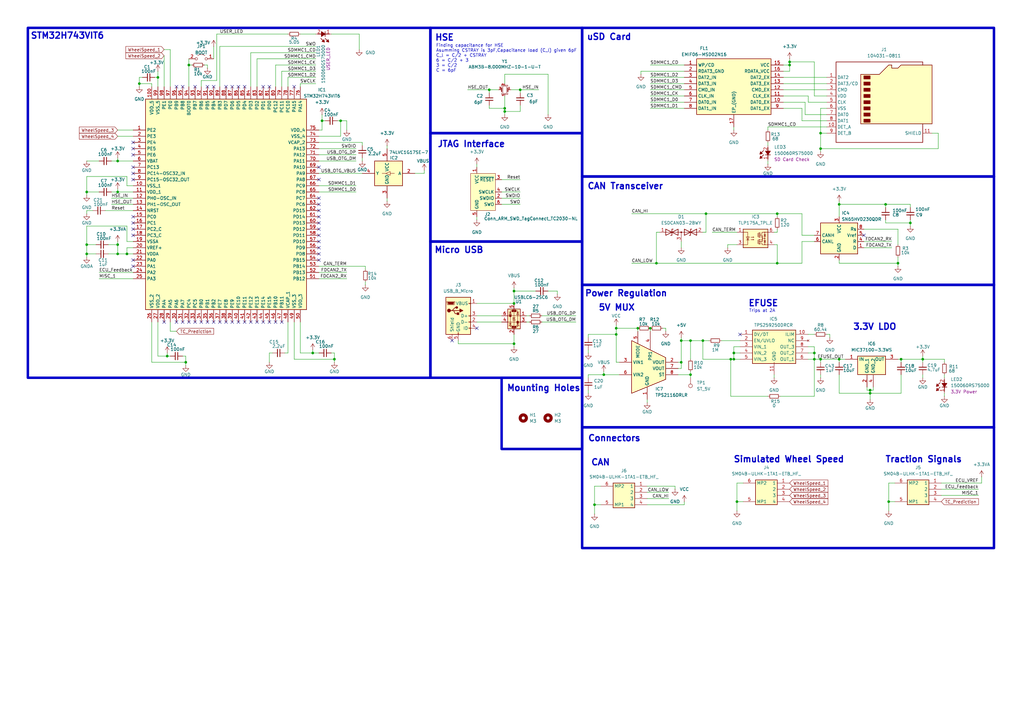
<source format=kicad_sch>
(kicad_sch (version 20250114) (generator "eeschema") (generator_version "9.0")
  (paper "A3")
  (title_block (title "SDM26 Nondimensional Traction Controll Module") (rev "V1.0"))
  (rectangle (start 176.53 54.61) (end 238.76 99.06) (stroke (width 1.016)))
  (rectangle (start 205.74 154.94) (end 238.76 184.15) (stroke (width 1.016)))
  (rectangle (start 176.53 99.06) (end 238.76 154.94) (stroke (width 1.016)))
  (rectangle (start 11.43 11.43) (end 176.53 154.94) (stroke (width 1.016)))
  (rectangle (start 238.76 72.39) (end 407.67 116.84) (stroke (width 1.016)))
  (rectangle (start 238.76 11.43) (end 407.67 72.39) (stroke (width 1.016)))
  (rectangle (start 238.76 116.84) (end 407.67 175.26) (stroke (width 1.016)))
  (rectangle (start 238.76 175.26) (end 407.67 224.79) (stroke (width 1.016)))
  (rectangle (start 176.53 11.43) (end 238.76 54.61) (stroke (width 1.016)))
  (text "HSE" (at 178.308 17.018 0) (effects (font (size 2.54 2.54) (thickness 0.512) (bold yes)) (justify left bottom)))
  (text "Power Regulation" (at 239.776 121.92 0) (effects (font (size 2.54 2.54) (thickness 0.512) (bold yes)) (justify left bottom)))
  (text "Traction Signals" (at 362.966 189.992 0) (effects (font (size 2.54 2.54) (thickness 0.512) (bold yes)) (justify left bottom)))
  (text "EFUSE" (at 306.832 125.984 0) (effects (font (size 2.54 2.54) (thickness 0.512) (bold yes)) (justify left bottom)))
  (text "Mounting Holes" (at 207.772 160.782 0) (effects (font (size 2.56 2.56) (thickness 0.512) (bold yes)) (justify left bottom)))
  (text "Simulated Wheel Speed" (at 300.736 189.992 0) (effects (font (size 2.54 2.54) (thickness 0.512) (bold yes)) (justify left bottom)))
  (text "STM32H743VIT6" (at 12.446 16.256 0) (effects (font (size 2.54 2.54) (thickness 0.512) (bold yes)) (justify left bottom)))
  (text "uSD Card" (at 240.538 16.764 0) (effects (font (size 2.54 2.54) (thickness 0.512) (bold yes)) (justify left bottom)))
  (text "CAN" (at 242.316 191.262 0) (effects (font (size 2.54 2.54) (thickness 0.512) (bold yes)) (justify left bottom)))
  (text "Trips at 2A" (at 318.008 128.27 0) (effects (font (size 1.27 1.27)) (justify right bottom)))
  (text "CAN Transceiver" (at 240.792 77.978 0) (effects (font (size 2.54 2.54) (thickness 0.512) (bold yes)) (justify left bottom)))
  (text "JTAG Interface" (at 179.324 60.706 0) (effects (font (size 2.54 2.54) (thickness 0.512) (bold yes)) (justify left bottom)))
  (text "3.3V LDO" (at 349.758 135.636 0) (effects (font (size 2.54 2.54) (thickness 0.512) (bold yes)) (justify left bottom)))
  (text "5V MUX" (at 245.364 127.762 0) (effects (font (size 2.54 2.54) (thickness 0.512) (bold yes)) (justify left bottom)))
  (text "Finding capacitance for HSE \nAsumming CSTRAY is 3pF,Capacitance load (C_l) given 6pF\nC_l = C/2 + CSTRAY\n6 = C/2 + 3\n3 = C/2\nC = 6pF" (at 178.816 18.034 0) (effects (font (size 1.27 1.27)) (justify left top)))
  (text "Connectors" (at 241.046 181.356 0) (effects (font (size 2.54 2.54) (thickness 0.512) (bold yes)) (justify left bottom)))
  (text "Micro USB" (at 178.054 104.14 0) (effects (font (size 2.54 2.54) (thickness 0.512) (bold yes)) (justify left bottom)))
  (junction (at 132.08 49.53))
  (junction (at 137.16 147.32))
  (junction (at 356.87 160.02))
  (junction (at 64.77 31.75))
  (junction (at 300.99 144.78))
  (junction (at 368.3 107.95))
  (junction (at 364.49 205.74))
  (junction (at 369.57 147.32))
  (junction (at 279.4 148.59))
  (junction (at 336.55 60.96))
  (junction (at 213.36 36.83))
  (junction (at 76.2 148.59))
  (junction (at 139.7 49.53))
  (junction (at 299.72 147.32))
  (junction (at 77.47 26.67))
  (junction (at 128.27 144.78))
  (junction (at 35.56 78.74))
  (junction (at 283.21 139.7))
  (junction (at 48.26 66.04))
  (junction (at 252.73 137.16))
  (junction (at 57.15 34.29))
  (junction (at 302.26 205.74))
  (junction (at 334.01 144.78))
  (junction (at 35.56 100.33))
  (junction (at 48.26 78.74))
  (junction (at 373.38 91.44))
  (junction (at 252.73 134.62))
  (junction (at 207.01 45.72))
  (junction (at 318.77 107.95))
  (junction (at 344.17 147.32))
  (junction (at 300.99 147.32))
  (junction (at 344.17 83.82))
  (junction (at 68.58 146.05))
  (junction (at 318.77 87.63))
  (junction (at 334.01 147.32))
  (junction (at 336.55 147.32))
  (junction (at 200.66 36.83))
  (junction (at 279.4 139.7))
  (junction (at 289.56 87.63))
  (junction (at 35.56 104.14))
  (junction (at 269.24 107.95))
  (junction (at 247.65 153.67))
  (junction (at 210.82 124.46))
  (junction (at 266.7 134.62))
  (junction (at 283.21 153.67))
  (junction (at 210.82 119.38))
  (junction (at 48.26 104.14))
  (junction (at 52.07 104.14))
  (junction (at 48.26 100.33))
  (junction (at 378.46 147.32))
  (junction (at 336.55 54.61))
  (junction (at 363.22 83.82))
  (junction (at 207.01 44.45))
  (junction (at 356.87 161.29))
  (junction (at 323.85 26.67))
  (junction (at 288.29 139.7))
  (junction (at 210.82 140.97))
  (junction (at 243.84 207.01))
  (junction (at 261.62 134.62))
  (junction (at 323.85 25.4))
  (no_connect (at 92.71 132.08))
  (no_connect (at 87.63 35.56))
  (no_connect (at 130.81 104.14))
  (no_connect (at 54.61 96.52))
  (no_connect (at 100.33 35.56))
  (no_connect (at 130.81 81.28))
  (no_connect (at 130.81 88.9))
  (no_connect (at 54.61 88.9))
  (no_connect (at 130.81 96.52))
  (no_connect (at 72.39 35.56))
  (no_connect (at 54.61 73.66))
  (no_connect (at 54.61 71.12))
  (no_connect (at 110.49 132.08))
  (no_connect (at 100.33 132.08))
  (no_connect (at 102.87 132.08))
  (no_connect (at 54.61 60.96))
  (no_connect (at 130.81 99.06))
  (no_connect (at 303.53 137.16))
  (no_connect (at 110.49 35.56))
  (no_connect (at 54.61 58.42))
  (no_connect (at 85.09 132.08))
  (no_connect (at 130.81 91.44))
  (no_connect (at 354.33 96.52))
  (no_connect (at 87.63 132.08))
  (no_connect (at 54.61 68.58))
  (no_connect (at 130.81 86.36))
  (no_connect (at 130.81 83.82))
  (no_connect (at 95.25 35.56))
  (no_connect (at 130.81 68.58))
  (no_connect (at 92.71 35.56))
  (no_connect (at 130.81 106.68))
  (no_connect (at 120.65 35.56))
  (no_connect (at 115.57 132.08))
  (no_connect (at 105.41 132.08))
  (no_connect (at 82.55 132.08))
  (no_connect (at 97.79 132.08))
  (no_connect (at 54.61 91.44))
  (no_connect (at 195.58 134.62))
  (no_connect (at 130.81 93.98))
  (no_connect (at 67.31 132.08))
  (no_connect (at 130.81 73.66))
  (no_connect (at 54.61 109.22))
  (no_connect (at 185.42 139.7))
  (no_connect (at 95.25 132.08))
  (no_connect (at 74.93 132.08))
  (no_connect (at 130.81 101.6))
  (no_connect (at 113.03 132.08))
  (no_connect (at 85.09 35.56))
  (no_connect (at 80.01 35.56))
  (no_connect (at 74.93 35.56))
  (no_connect (at 97.79 35.56))
  (no_connect (at 107.95 35.56))
  (no_connect (at 54.61 63.5))
  (no_connect (at 80.01 132.08))
  (no_connect (at 72.39 132.08))
  (no_connect (at 90.17 132.08))
  (no_connect (at 77.47 132.08))
  (no_connect (at 54.61 106.68))
  (no_connect (at 107.95 132.08))
  (no_connect (at 54.61 93.98))
  (wire (pts (xy 278.13 153.67) (xy 283.21 153.67)))
  (wire (pts (xy 276.86 199.39) (xy 276.86 200.66)))
  (wire (pts (xy 113.03 26.67) (xy 129.54 26.67)))
  (wire (pts (xy 344.17 107.95) (xy 368.3 107.95)))
  (wire (pts (xy 48.26 100.33) (xy 48.26 104.14)))
  (wire (pts (xy 344.17 147.32) (xy 344.17 148.59)))
  (wire (pts (xy 314.96 52.07) (xy 314.96 53.34)))
  (wire (pts (xy 265.43 207.01) (xy 280.67 207.01)))
  (wire (pts (xy 69.85 135.89) (xy 72.39 135.89)))
  (wire (pts (xy 243.84 199.39) (xy 243.84 207.01)))
  (wire (pts (xy 356.87 161.29) (xy 356.87 163.83)))
  (wire (pts (xy 228.6 119.38) (xy 228.6 120.65)))
  (wire (pts (xy 262.89 29.21) (xy 262.89 30.48)))
  (wire (pts (xy 314.96 66.04) (xy 314.96 67.31)))
  (wire (pts (xy 135.89 13.97) (xy 147.32 13.97)))
  (wire (pts (xy 129.54 13.97) (xy 123.19 13.97)))
  (wire (pts (xy 300.99 142.24) (xy 303.53 142.24)))
  (wire (pts (xy 363.22 83.82) (xy 363.22 85.09)))
  (wire (pts (xy 48.26 104.14) (xy 52.07 104.14)))
  (wire (pts (xy 314.96 52.07) (xy 339.09 52.07)))
  (wire (pts (xy 241.3 160.02) (xy 241.3 161.29)))
  (wire (pts (xy 378.46 147.32) (xy 387.35 147.32)))
  (wire (pts (xy 299.72 162.56) (xy 314.96 162.56)))
  (wire (pts (xy 334.01 39.37) (xy 334.01 25.4)))
  (wire (pts (xy 269.24 107.95) (xy 318.77 107.95)))
  (wire (pts (xy 289.56 87.63) (xy 318.77 87.63)))
  (wire (pts (xy 35.56 86.36) (xy 38.1 86.36)))
  (wire (pts (xy 328.93 87.63) (xy 328.93 96.52)))
  (wire (pts (xy 288.29 139.7) (xy 290.83 139.7)))
  (wire (pts (xy 35.56 104.14) (xy 35.56 105.41)))
  (wire (pts (xy 82.55 33.02) (xy 88.9 33.02)))
  (wire (pts (xy 289.56 87.63) (xy 289.56 95.25)))
  (wire (pts (xy 45.72 66.04) (xy 48.26 66.04)))
  (wire (pts (xy 200.66 36.83) (xy 204.47 36.83)))
  (wire (pts (xy 64.77 146.05) (xy 68.58 146.05)))
  (wire (pts (xy 158.75 59.69) (xy 158.75 60.96)))
  (wire (pts (xy 266.7 36.83) (xy 280.67 36.83)))
  (wire (pts (xy 76.2 148.59) (xy 76.2 149.86)))
  (wire (pts (xy 48.26 53.34) (xy 54.61 53.34)))
  (wire (pts (xy 279.4 139.7) (xy 283.21 139.7)))
  (wire (pts (xy 57.15 31.75) (xy 57.15 34.29)))
  (wire (pts (xy 205.74 78.74) (xy 213.36 78.74)))
  (wire (pts (xy 270.51 95.25) (xy 269.24 95.25)))
  (wire (pts (xy 283.21 139.7) (xy 288.29 139.7)))
  (wire (pts (xy 45.72 78.74) (xy 48.26 78.74)))
  (wire (pts (xy 344.17 161.29) (xy 356.87 161.29)))
  (wire (pts (xy 318.77 87.63) (xy 318.77 88.9)))
  (wire (pts (xy 224.79 30.48) (xy 224.79 46.99)))
  (wire (pts (xy 280.67 207.01) (xy 280.67 205.74)))
  (wire (pts (xy 318.77 107.95) (xy 318.77 100.33)))
  (wire (pts (xy 331.47 144.78) (xy 334.01 144.78)))
  (wire (pts (xy 48.26 55.88) (xy 54.61 55.88)))
  (wire (pts (xy 299.72 147.32) (xy 300.99 147.32)))
  (wire (pts (xy 132.08 49.53) (xy 133.35 49.53)))
  (wire (pts (xy 105.41 24.13) (xy 129.54 24.13)))
  (wire (pts (xy 120.65 132.08) (xy 120.65 147.32)))
  (wire (pts (xy 387.35 154.94) (xy 387.35 153.67)))
  (wire (pts (xy 102.87 21.59) (xy 129.54 21.59)))
  (wire (pts (xy 62.23 148.59) (xy 76.2 148.59)))
  (wire (pts (xy 35.56 92.71) (xy 35.56 100.33)))
  (wire (pts (xy 200.66 43.18) (xy 200.66 44.45)))
  (wire (pts (xy 130.81 58.42) (xy 148.59 58.42)))
  (wire (pts (xy 300.99 52.07) (xy 300.99 53.34)))
  (wire (pts (xy 241.3 137.16) (xy 252.73 137.16)))
  (wire (pts (xy 67.31 22.86) (xy 67.31 35.56)))
  (wire (pts (xy 118.11 35.56) (xy 118.11 31.75)))
  (wire (pts (xy 321.31 36.83) (xy 339.09 36.83)))
  (wire (pts (xy 336.55 147.32) (xy 344.17 147.32)))
  (wire (pts (xy 339.09 44.45) (xy 336.55 44.45)))
  (wire (pts (xy 210.82 119.38) (xy 219.71 119.38)))
  (wire (pts (xy 209.55 36.83) (xy 213.36 36.83)))
  (wire (pts (xy 368.3 105.41) (xy 368.3 107.95)))
  (wire (pts (xy 52.07 99.06) (xy 52.07 92.71)))
  (wire (pts (xy 304.8 198.12) (xy 302.26 198.12)))
  (wire (pts (xy 54.61 99.06) (xy 52.07 99.06)))
  (wire (pts (xy 62.23 132.08) (xy 62.23 148.59)))
  (wire (pts (xy 207.01 44.45) (xy 207.01 45.72)))
  (wire (pts (xy 259.08 107.95) (xy 269.24 107.95)))
  (wire (pts (xy 69.85 132.08) (xy 69.85 135.89)))
  (wire (pts (xy 52.07 76.2) (xy 52.07 72.39)))
  (wire (pts (xy 130.81 78.74) (xy 146.05 78.74)))
  (wire (pts (xy 130.81 76.2) (xy 146.05 76.2)))
  (wire (pts (xy 334.01 144.78) (xy 334.01 147.32)))
  (wire (pts (xy 207.01 30.48) (xy 224.79 30.48)))
  (wire (pts (xy 123.19 35.56) (xy 123.19 34.29)))
  (wire (pts (xy 48.26 66.04) (xy 48.26 64.77)))
  (wire (pts (xy 130.81 111.76) (xy 142.24 111.76)))
  (wire (pts (xy 378.46 153.67) (xy 378.46 154.94)))
  (wire (pts (xy 386.08 198.12) (xy 402.59 198.12)))
  (wire (pts (xy 137.16 148.59) (xy 137.16 147.32)))
  (wire (pts (xy 386.08 200.66) (xy 401.32 200.66)))
  (wire (pts (xy 35.56 78.74) (xy 35.56 80.01)))
  (wire (pts (xy 278.13 151.13) (xy 279.4 151.13)))
  (wire (pts (xy 187.96 140.97) (xy 210.82 140.97)))
  (wire (pts (xy 187.96 139.7) (xy 187.96 140.97)))
  (wire (pts (xy 266.7 31.75) (xy 280.67 31.75)))
  (wire (pts (xy 299.72 147.32) (xy 299.72 162.56)))
  (wire (pts (xy 283.21 139.7) (xy 283.21 147.32)))
  (wire (pts (xy 210.82 124.46) (xy 210.82 119.38)))
  (wire (pts (xy 137.16 147.32) (xy 120.65 147.32)))
  (wire (pts (xy 207.01 45.72) (xy 213.36 45.72)))
  (wire (pts (xy 139.7 49.53) (xy 142.24 49.53)))
  (wire (pts (xy 149.86 115.57) (xy 149.86 116.84)))
  (wire (pts (xy 77.47 26.67) (xy 77.47 35.56)))
  (wire (pts (xy 280.67 29.21) (xy 262.89 29.21)))
  (wire (pts (xy 344.17 83.82) (xy 363.22 83.82)))
  (wire (pts (xy 147.32 13.97) (xy 147.32 20.32)))
  (wire (pts (xy 378.46 147.32) (xy 378.46 148.59)))
  (wire (pts (xy 328.93 44.45) (xy 328.93 49.53)))
  (wire (pts (xy 298.45 101.6) (xy 298.45 100.33)))
  (wire (pts (xy 369.57 147.32) (xy 378.46 147.32)))
  (wire (pts (xy 123.19 132.08) (xy 123.19 144.78)))
  (wire (pts (xy 356.87 160.02) (xy 356.87 161.29)))
  (wire (pts (xy 116.84 144.78) (xy 118.11 144.78)))
  (wire (pts (xy 288.29 95.25) (xy 289.56 95.25)))
  (wire (pts (xy 369.57 147.32) (xy 369.57 148.59)))
  (wire (pts (xy 195.58 124.46) (xy 210.82 124.46)))
  (wire (pts (xy 344.17 82.55) (xy 344.17 83.82)))
  (wire (pts (xy 355.6 158.75) (xy 355.6 160.02)))
  (wire (pts (xy 384.81 54.61) (xy 384.81 60.96)))
  (wire (pts (xy 128.27 144.78) (xy 130.81 144.78)))
  (wire (pts (xy 69.85 35.56) (xy 69.85 20.32)))
  (wire (pts (xy 340.36 137.16) (xy 340.36 138.43)))
  (wire (pts (xy 82.55 35.56) (xy 82.55 33.02)))
  (wire (pts (xy 336.55 147.32) (xy 336.55 148.59)))
  (wire (pts (xy 344.17 147.32) (xy 346.71 147.32)))
  (wire (pts (xy 74.93 146.05) (xy 76.2 146.05)))
  (wire (pts (xy 110.49 144.78) (xy 111.76 144.78)))
  (wire (pts (xy 54.61 76.2) (xy 52.07 76.2)))
  (wire (pts (xy 363.22 91.44) (xy 373.38 91.44)))
  (wire (pts (xy 369.57 153.67) (xy 369.57 161.29)))
  (wire (pts (xy 45.72 83.82) (xy 54.61 83.82)))
  (wire (pts (xy 207.01 45.72) (xy 207.01 46.99)))
  (wire (pts (xy 213.36 38.1) (xy 213.36 36.83)))
  (wire (pts (xy 68.58 146.05) (xy 69.85 146.05)))
  (wire (pts (xy 130.81 60.96) (xy 146.05 60.96)))
  (wire (pts (xy 330.2 46.99) (xy 339.09 46.99)))
  (wire (pts (xy 85.09 26.67) (xy 85.09 27.94)))
  (wire (pts (xy 115.57 29.21) (xy 129.54 29.21)))
  (wire (pts (xy 283.21 154.94) (xy 283.21 153.67)))
  (wire (pts (xy 252.73 134.62) (xy 252.73 137.16)))
  (wire (pts (xy 213.36 43.18) (xy 213.36 45.72)))
  (wire (pts (xy 373.38 90.17) (xy 373.38 91.44)))
  (wire (pts (xy 300.99 144.78) (xy 300.99 142.24)))
  (wire (pts (xy 336.55 54.61) (xy 336.55 60.96)))
  (wire (pts (xy 356.87 160.02) (xy 358.14 160.02)))
  (wire (pts (xy 328.93 99.06) (xy 334.01 99.06)))
  (wire (pts (xy 43.18 86.36) (xy 54.61 86.36)))
  (wire (pts (xy 205.74 83.82) (xy 213.36 83.82)))
  (wire (pts (xy 132.08 46.99) (xy 132.08 49.53)))
  (wire (pts (xy 331.47 142.24) (xy 334.01 142.24)))
  (wire (pts (xy 288.29 139.7) (xy 288.29 147.32)))
  (wire (pts (xy 330.2 41.91) (xy 330.2 46.99)))
  (wire (pts (xy 213.36 36.83) (xy 220.98 36.83)))
  (wire (pts (xy 130.81 71.12) (xy 148.59 71.12)))
  (wire (pts (xy 339.09 137.16) (xy 340.36 137.16)))
  (wire (pts (xy 130.81 114.3) (xy 142.24 114.3)))
  (wire (pts (xy 336.55 44.45) (xy 336.55 54.61)))
  (wire (pts (xy 387.35 147.32) (xy 387.35 148.59)))
  (wire (pts (xy 48.26 77.47) (xy 48.26 78.74)))
  (wire (pts (xy 373.38 83.82) (xy 373.38 85.09)))
  (wire (pts (xy 222.25 132.08) (xy 236.22 132.08)))
  (wire (pts (xy 195.58 67.31) (xy 195.58 68.58)))
  (wire (pts (xy 200.66 44.45) (xy 207.01 44.45)))
  (wire (pts (xy 266.7 41.91) (xy 280.67 41.91)))
  (wire (pts (xy 40.64 78.74) (xy 35.56 78.74)))
  (wire (pts (xy 246.38 199.39) (xy 243.84 199.39)))
  (wire (pts (xy 323.85 25.4) (xy 323.85 24.13)))
  (wire (pts (xy 118.11 31.75) (xy 129.54 31.75)))
  (wire (pts (xy 210.82 140.97) (xy 210.82 137.16)))
  (wire (pts (xy 215.9 132.08) (xy 217.17 132.08)))
  (wire (pts (xy 52.07 101.6) (xy 54.61 101.6)))
  (wire (pts (xy 368.3 93.98) (xy 368.3 100.33)))
  (wire (pts (xy 52.07 72.39) (xy 35.56 72.39)))
  (wire (pts (xy 44.45 100.33) (xy 48.26 100.33)))
  (wire (pts (xy 118.11 13.97) (xy 88.9 13.97)))
  (wire (pts (xy 52.07 92.71) (xy 35.56 92.71)))
  (wire (pts (xy 241.3 143.51) (xy 241.3 144.78)))
  (wire (pts (xy 266.7 39.37) (xy 280.67 39.37)))
  (wire (pts (xy 44.45 104.14) (xy 48.26 104.14)))
  (wire (pts (xy 243.84 207.01) (xy 246.38 207.01)))
  (wire (pts (xy 279.4 148.59) (xy 279.4 151.13)))
  (wire (pts (xy 158.75 81.28) (xy 158.75 82.55)))
  (wire (pts (xy 336.55 153.67) (xy 336.55 154.94)))
  (wire (pts (xy 149.86 109.22) (xy 149.86 110.49)))
  (wire (pts (xy 139.7 49.53) (xy 138.43 49.53)))
  (wire (pts (xy 334.01 25.4) (xy 323.85 25.4)))
  (wire (pts (xy 273.05 134.62) (xy 273.05 135.89)))
  (wire (pts (xy 334.01 142.24) (xy 334.01 144.78)))
  (wire (pts (xy 128.27 143.51) (xy 128.27 144.78)))
  (wire (pts (xy 40.64 114.3) (xy 54.61 114.3)))
  (wire (pts (xy 323.85 26.67) (xy 323.85 25.4)))
  (wire (pts (xy 195.58 132.08) (xy 205.74 132.08)))
  (wire (pts (xy 378.46 146.05) (xy 378.46 147.32)))
  (wire (pts (xy 58.42 31.75) (xy 57.15 31.75)))
  (wire (pts (xy 123.19 34.29) (xy 129.54 34.29)))
  (wire (pts (xy 344.17 153.67) (xy 344.17 161.29)))
  (wire (pts (xy 265.43 201.93) (xy 274.32 201.93)))
  (wire (pts (xy 402.59 198.12) (xy 402.59 195.58)))
  (wire (pts (xy 368.3 147.32) (xy 369.57 147.32)))
  (wire (pts (xy 321.31 34.29) (xy 339.09 34.29)))
  (wire (pts (xy 64.77 29.21) (xy 64.77 31.75)))
  (wire (pts (xy 321.31 31.75) (xy 339.09 31.75)))
  (wire (pts (xy 356.87 161.29) (xy 369.57 161.29)))
  (wire (pts (xy 45.72 81.28) (xy 54.61 81.28)))
  (wire (pts (xy 137.16 144.78) (xy 137.16 147.32)))
  (wire (pts (xy 52.07 101.6) (xy 52.07 104.14)))
  (wire (pts (xy 247.65 153.67) (xy 241.3 153.67)))
  (wire (pts (xy 87.63 19.05) (xy 87.63 24.13)))
  (wire (pts (xy 344.17 106.68) (xy 344.17 107.95)))
  (wire (pts (xy 321.31 44.45) (xy 328.93 44.45)))
  (wire (pts (xy 300.99 144.78) (xy 303.53 144.78)))
  (wire (pts (xy 300.99 147.32) (xy 300.99 144.78)))
  (wire (pts (xy 261.62 134.62) (xy 261.62 135.89)))
  (wire (pts (xy 77.47 26.67) (xy 78.74 26.67)))
  (wire (pts (xy 113.03 35.56) (xy 113.03 26.67)))
  (wire (pts (xy 321.31 39.37) (xy 331.47 39.37)))
  (wire (pts (xy 318.77 93.98) (xy 318.77 95.25)))
  (wire (pts (xy 318.77 87.63) (xy 328.93 87.63)))
  (wire (pts (xy 88.9 33.02) (xy 88.9 13.97)))
  (wire (pts (xy 207.01 39.37) (xy 207.01 44.45)))
  (wire (pts (xy 354.33 99.06) (xy 365.76 99.06)))
  (wire (pts (xy 318.77 100.33) (xy 317.5 100.33)))
  (wire (pts (xy 62.23 35.56) (xy 62.23 34.29)))
  (wire (pts (xy 170.18 71.12) (xy 173.99 71.12)))
  (wire (pts (xy 110.49 144.78) (xy 110.49 148.59)))
  (wire (pts (xy 318.77 95.25) (xy 317.5 95.25)))
  (wire (pts (xy 67.31 20.32) (xy 69.85 20.32)))
  (wire (pts (xy 288.29 147.32) (xy 299.72 147.32)))
  (wire (pts (xy 142.24 49.53) (xy 142.24 53.34)))
  (wire (pts (xy 173.99 71.12) (xy 173.99 69.85)))
  (wire (pts (xy 83.82 26.67) (xy 85.09 26.67)))
  (wire (pts (xy 266.7 44.45) (xy 280.67 44.45)))
  (wire (pts (xy 132.08 53.34) (xy 130.81 53.34)))
  (wire (pts (xy 118.11 132.08) (xy 118.11 144.78)))
  (wire (pts (xy 302.26 205.74) (xy 304.8 205.74)))
  (wire (pts (xy 48.26 66.04) (xy 54.61 66.04)))
  (wire (pts (xy 148.59 66.04) (xy 148.59 64.77)))
  (wire (pts (xy 252.73 134.62) (xy 261.62 134.62)))
  (wire (pts (xy 323.85 29.21) (xy 323.85 26.67)))
  (wire (pts (xy 90.17 19.05) (xy 129.54 19.05)))
  (wire (pts (xy 279.4 139.7) (xy 279.4 148.59)))
  (wire (pts (xy 328.93 107.95) (xy 328.93 99.06)))
  (wire (pts (xy 195.58 88.9) (xy 195.58 90.17)))
  (wire (pts (xy 336.55 62.23) (xy 336.55 60.96)))
  (wire (pts (xy 35.56 100.33) (xy 39.37 100.33)))
  (wire (pts (xy 355.6 160.02) (xy 356.87 160.02)))
  (wire (pts (xy 344.17 83.82) (xy 344.17 88.9)))
  (wire (pts (xy 205.74 73.66) (xy 213.36 73.66)))
  (wire (pts (xy 317.5 153.67) (xy 317.5 154.94)))
  (wire (pts (xy 247.65 153.67) (xy 254 153.67)))
  (wire (pts (xy 205.74 81.28) (xy 213.36 81.28)))
  (wire (pts (xy 269.24 95.25) (xy 269.24 107.95)))
  (wire (pts (xy 384.81 60.96) (xy 336.55 60.96)))
  (wire (pts (xy 363.22 83.82) (xy 373.38 83.82)))
  (wire (pts (xy 77.47 24.13) (xy 77.47 26.67)))
  (wire (pts (xy 64.77 31.75) (xy 63.5 31.75)))
  (wire (pts (xy 367.03 198.12) (xy 364.49 198.12)))
  (wire (pts (xy 382.27 54.61) (xy 384.81 54.61)))
  (wire (pts (xy 241.3 153.67) (xy 241.3 154.94)))
  (wire (pts (xy 336.55 54.61) (xy 339.09 54.61)))
  (wire (pts (xy 331.47 137.16) (xy 334.01 137.16)))
  (wire (pts (xy 339.09 39.37) (xy 334.01 39.37)))
  (wire (pts (xy 191.77 36.83) (xy 200.66 36.83)))
  (wire (pts (xy 48.26 78.74) (xy 54.61 78.74)))
  (wire (pts (xy 259.08 87.63) (xy 289.56 87.63)))
  (wire (pts (xy 90.17 35.56) (xy 90.17 19.05)))
  (wire (pts (xy 387.35 162.56) (xy 387.35 161.29)))
  (wire (pts (xy 354.33 93.98) (xy 368.3 93.98)))
  (wire (pts (xy 40.64 66.04) (xy 35.56 66.04)))
  (wire (pts (xy 321.31 41.91) (xy 330.2 41.91)))
  (wire (pts (xy 302.26 198.12) (xy 302.26 205.74)))
  (wire (pts (xy 298.45 100.33) (xy 302.26 100.33)))
  (wire (pts (xy 130.81 55.88) (xy 139.7 55.88)))
  (wire (pts (xy 252.73 133.35) (xy 252.73 134.62)))
  (wire (pts (xy 292.1 95.25) (xy 302.26 95.25)))
  (wire (pts (xy 321.31 26.67) (xy 323.85 26.67)))
  (wire (pts (xy 64.77 31.75) (xy 64.77 35.56)))
  (wire (pts (xy 334.01 147.32) (xy 331.47 147.32)))
  (wire (pts (xy 318.77 107.95) (xy 328.93 107.95)))
  (wire (pts (xy 210.82 140.97) (xy 210.82 142.24)))
  (wire (pts (xy 215.9 129.54) (xy 217.17 129.54)))
  (wire (pts (xy 35.56 104.14) (xy 39.37 104.14)))
  (wire (pts (xy 130.81 109.22) (xy 149.86 109.22)))
  (wire (pts (xy 279.4 138.43) (xy 279.4 139.7)))
  (wire (pts (xy 52.07 104.14) (xy 54.61 104.14)))
  (wire (pts (xy 48.26 99.06) (xy 48.26 100.33)))
  (wire (pts (xy 386.08 203.2) (xy 401.32 203.2)))
  (wire (pts (xy 271.78 134.62) (xy 273.05 134.62)))
  (wire (pts (xy 266.7 26.67) (xy 280.67 26.67)))
  (wire (pts (xy 207.01 30.48) (xy 207.01 34.29)))
  (wire (pts (xy 64.77 146.05) (xy 64.77 132.08)))
  (wire (pts (xy 76.2 146.05) (xy 76.2 148.59)))
  (wire (pts (xy 123.19 144.78) (xy 128.27 144.78)))
  (wire (pts (xy 68.58 144.78) (xy 68.58 146.05)))
  (wire (pts (xy 102.87 35.56) (xy 102.87 21.59)))
  (wire (pts (xy 368.3 107.95) (xy 368.3 109.22)))
  (wire (pts (xy 241.3 137.16) (xy 241.3 138.43)))
  (wire (pts (xy 279.4 99.06) (xy 279.4 101.6)))
  (wire (pts (xy 266.7 134.62) (xy 266.7 135.89)))
  (wire (pts (xy 115.57 35.56) (xy 115.57 29.21)))
  (wire (pts (xy 266.7 34.29) (xy 280.67 34.29)))
  (wire (pts (xy 328.93 49.53) (xy 339.09 49.53)))
  (wire (pts (xy 331.47 41.91) (xy 339.09 41.91)))
  (wire (pts (xy 265.43 199.39) (xy 276.86 199.39)))
  (wire (pts (xy 364.49 205.74) (xy 367.03 205.74)))
  (wire (pts (xy 57.15 34.29) (xy 57.15 35.56)))
  (wire (pts (xy 222.25 129.54) (xy 236.22 129.54)))
  (wire (pts (xy 364.49 205.74) (xy 364.49 209.55)))
  (wire (pts (xy 363.22 90.17) (xy 363.22 91.44)))
  (wire (pts (xy 321.31 29.21) (xy 323.85 29.21)))
  (wire (pts (xy 334.01 147.32) (xy 336.55 147.32)))
  (wire (pts (xy 358.14 158.75) (xy 358.14 160.02)))
  (wire (pts (xy 130.81 66.04) (xy 146.05 66.04)))
  (wire (pts (xy 295.91 139.7) (xy 303.53 139.7)))
  (wire (pts (xy 139.7 49.53) (xy 139.7 55.88)))
  (wire (pts (xy 334.01 162.56) (xy 334.01 147.32)))
  (wire (pts (xy 200.66 38.1) (xy 200.66 36.83)))
  (wire (pts (xy 148.59 58.42) (xy 148.59 59.69)))
  (wire (pts (xy 328.93 96.52) (xy 334.01 96.52)))
  (wire (pts (xy 364.49 198.12) (xy 364.49 205.74)))
  (wire (pts (xy 354.33 101.6) (xy 365.76 101.6)))
  (wire (pts (xy 40.64 111.76) (xy 54.61 111.76)))
  (wire (pts (xy 283.21 153.67) (xy 283.21 152.4)))
  (wire (pts (xy 105.41 35.56) (xy 105.41 24.13)))
  (wire (pts (xy 243.84 207.01) (xy 243.84 210.82)))
  (wire (pts (xy 210.82 118.11) (xy 210.82 119.38)))
  (wire (pts (xy 314.96 58.42) (xy 314.96 59.69)))
  (wire (pts (xy 132.08 53.34) (xy 132.08 49.53)))
  (wire (pts (xy 373.38 92.71) (xy 373.38 91.44)))
  (wire (pts (xy 265.43 163.83) (xy 265.43 165.1)))
  (wire (pts (xy 302.26 205.74) (xy 302.26 209.55)))
  (wire (pts (xy 135.89 144.78) (xy 137.16 144.78)))
  (wire (pts (xy 265.43 204.47) (xy 274.32 204.47)))
  (wire (pts (xy 35.56 72.39) (xy 35.56 78.74)))
  (wire (pts (xy 252.73 148.59) (xy 254 148.59)))
  (wire (pts (xy 320.04 162.56) (xy 334.01 162.56)))
  (wire (pts (xy 195.58 129.54) (xy 205.74 129.54)))
  (wire (pts (xy 224.79 119.38) (xy 228.6 119.38)))
  (wire (pts (xy 130.81 63.5) (xy 146.05 63.5)))
  (wire (pts (xy 35.56 87.63) (xy 35.56 86.36)))
  (wire (pts (xy 331.47 39.37) (xy 331.47 41.91)))
  (wire (pts (xy 35.56 100.33) (xy 35.56 104.14)))
  (wire (pts (xy 57.15 34.29) (xy 62.23 34.29)))
  (wire (pts (xy 278.13 148.59) (xy 279.4 148.59)))
  (wire (pts (xy 252.73 137.16) (xy 252.73 148.59)))
  (wire (pts (xy 247.65 152.4) (xy 247.65 153.67)))
  (wire (pts (xy 300.99 147.32) (xy 303.53 147.32)))
  (label "SDMMC1_D2" (at 129.54 31.75 180))
  (label "Reset" (at 45.72 86.36 0))
  (label "HSE_OUT" (at 45.72 83.82 0))
  (label "SDMMC1_D1" (at 146.05 76.2 180))
  (label "USB_OTG_DP" (at 236.22 129.54 180))
  (label "ECU_Feedback" (at 401.32 200.66 180))
  (label "HSE_IN" (at 45.72 81.28 0))
  (label "HSE_OUT" (at 191.77 36.83 0))
  (label "SWDIO" (at 146.05 60.96 180))
  (label "SDMMC1_D3" (at 129.54 29.21 180))
  (label "FDCAN2_RX" (at 365.76 99.06 180))
  (label "CAN_LOW" (at 259.08 107.95 0))
  (label "USB_OTG_DM" (at 236.22 132.08 180))
  (label "FDCAN2_TX" (at 365.76 101.6 180))
  (label "SDMMC1_D3" (at 266.7 34.29 0))
  (label "SDMMC1_CK" (at 129.54 26.67 180))
  (label "USB_OTG_VBUS" (at 146.05 71.12 180))
  (label "USB_OTG_DP" (at 146.05 63.5 180))
  (label "SWCLK" (at 213.36 78.74 180))
  (label "SDMMC1_CMD" (at 129.54 24.13 180))
  (label "ECU_Feedback" (at 40.64 111.76 0))
  (label "ECU_VREF" (at 401.32 198.12 180))
  (label "SWO" (at 129.54 19.05 180))
  (label "CAN_HI" (at 274.32 204.47 180))
  (label "SDMMC1_CK" (at 266.7 39.37 0))
  (label "EFUSE_OUT" (at 335.28 147.32 0))
  (label "SWCLK" (at 129.54 34.29 180))
  (label "CAN_HI" (at 259.08 87.63 0))
  (label "FDCAN2_RX" (at 142.24 114.3 180))
  (label "USER_LED" (at 90.17 13.97 0))
  (label "CAN_TERM" (at 292.1 95.25 0))
  (label "Reset" (at 213.36 73.66 180))
  (label "SWDIO" (at 213.36 81.28 180))
  (label "CAN_LOW" (at 274.32 201.93 180))
  (label "HSE_IN" (at 220.98 36.83 180))
  (label "FDCAN2_TX" (at 142.24 111.76 180))
  (label "USB_OTG_DM" (at 146.05 66.04 180))
  (label "SDMMC1_D0" (at 146.05 78.74 180))
  (label "SDMMC1_CMD" (at 266.7 36.83 0))
  (label "CAN_TERM" (at 142.24 109.22 180))
  (label "SDMMC1_CD" (at 314.96 52.07 0))
  (label "SDMMC1_D0" (at 266.7 41.91 0))
  (label "MISC_1" (at 40.64 114.3 0))
  (label "SDMMC1_CD" (at 129.54 21.59 180))
  (label "SDMMC1_D2" (at 266.7 31.75 0))
  (label "SDMMC1_D1" (at 266.7 44.45 0))
  (label "SWO" (at 213.36 83.82 180))
  (label "SDMMC1_CD" (at 266.7 26.67 0))
  (label "MISC_1" (at 401.32 203.2 180))
  (global_label "WheelSpeed_2" (shape input) (at 67.31 22.86 180) (property "Intersheetrefs" "${INTERSHEET_REFS}" (effects (hide yes))))
  (global_label "WheelSpeed_1" (shape input) (at 67.31 20.32 180) (property "Intersheetrefs" "${INTERSHEET_REFS}" (effects (hide yes))))
  (global_label "TC_Prediction" (shape input) (at 386.08 205.74 0) (property "Intersheetrefs" "${INTERSHEET_REFS}" (effects (hide yes))))
  (global_label "WheelSpeed_2" (shape input) (at 323.85 200.66 0) (property "Intersheetrefs" "${INTERSHEET_REFS}" (effects (hide yes))))
  (global_label "WheelSpeed_1" (shape input) (at 323.85 198.12 0) (property "Intersheetrefs" "${INTERSHEET_REFS}" (effects (hide yes))))
  (global_label "WheelSpeed_3" (shape input) (at 48.26 53.34 180) (property "Intersheetrefs" "${INTERSHEET_REFS}" (effects (hide yes))))
  (global_label "WheelSpeed_4" (shape input) (at 323.85 205.74 0) (property "Intersheetrefs" "${INTERSHEET_REFS}" (effects (hide yes))))
  (global_label "WheelSpeed_4" (shape input) (at 48.26 55.88 180) (property "Intersheetrefs" "${INTERSHEET_REFS}" (effects (hide yes))))
  (global_label "WheelSpeed_3" (shape input) (at 323.85 203.2 0) (property "Intersheetrefs" "${INTERSHEET_REFS}" (effects (hide yes))))
  (global_label "TC_Prediction" (shape input) (at 72.39 135.89 0) (property "Intersheetrefs" "${INTERSHEET_REFS}" (effects (hide yes))))
  (symbol (lib_id "power:GND") (at 387.35 162.56 0) (unit 1)
    (property "Reference" "#PWR049" (effects (hide yes)))
    (property "Value" "GND" (at 387.35 166.37 0))
    (property "Description" "Power symbol creates a global label with name \"GND\" , ground" (effects (hide yes)))
  )
  (symbol (lib_id "power:GND") (at 340.36 138.43 0) (unit 1)
    (property "Reference" "#PWR036" (effects (hide yes)))
    (property "Value" "GND" (at 340.36 143.51 0))
    (property "Description" "Power symbol creates a global label with name \"GND\" , ground" (effects (hide yes)))
  )
  (symbol (lib_id "power:GND") (at 224.79 46.99 0) (unit 1)
    (property "Reference" "#PWR09" (effects (hide yes)))
    (property "Value" "GND" (at 224.79 52.07 0))
    (property "Description" "Power symbol creates a global label with name \"GND\" , ground" (effects (hide yes)))
  )
  (symbol (lib_id "Device:C_Small") (at 135.89 49.53 270) (unit 1)
    (property "Reference" "C4" (at 135.636 45.212 90) (effects (justify right)))
    (property "Value" "100nF" (at 138.938 46.99 90) (effects (justify right)))
    (property "Footprint" "Capacitor_SMD:C_0603_1608Metric" (effects (hide yes)))
  )
  (symbol (lib_id "SDM_VOLTAGE_REGULATORS:MIC37100-3.3WS") (at 346.71 148.59 0) (unit 1)
    (property "Reference" "IC6" (at 357.505 140.97 0))
    (property "Value" "MIC37100-3.3WS" (at 357.505 143.51 0))
    (property "Footprint" "SDM_MiscFootprint:SOT230P700X180-4N" (effects (hide yes)))
    (property "Datasheet" "https://datasheet.datasheetarchive.com/originals/dk/DKDS-15/281099.pdf" (effects (hide yes)))
    (property "Description" "LDO Voltage Regulators 1.0A Low Voltage uCap LDO Regulator" (effects (hide yes)))
    (property "Height" "1.8" (effects (hide yes)))
    (property "Mouser Part Number" "998-MIC37100-3.3WS" (effects (hide yes)))
    (property "Mouser Price/Stock" "https://www.mouser.co.uk/ProductDetail/Microchip-Technology/MIC37100-3.3WS?qs=kh6iOki%2FeLGN%252BjivEzt6Eg%3D%3D" (effects (hide yes)))
    (property "Manufacturer_Name" "Microchip" (effects (hide yes)))
    (property "Manufacturer_Part_Number" "MIC37100-3.3WS" (effects (hide yes)))
  )
  (symbol (lib_id "Device:R_Small") (at 336.55 137.16 270) (unit 1)
    (property "Reference" "R8" (at 336.55 133.35 90))
    (property "Value" "60.4k" (at 336.55 135.128 90))
    (property "Footprint" "Resistor_SMD:R_0603_1608Metric" (effects (hide yes)))
  )
  (symbol (lib_id "power:GND") (at 35.56 80.01 0) (unit 1)
    (property "Reference" "#PWR020" (effects (hide yes)))
    (property "Value" "GND" (at 35.56 85.09 0))
    (property "Description" "Power symbol creates a global label with name \"GND\" , ground" (effects (hide yes)))
  )
  (symbol (lib_id "power:+3.3VA") (at 402.59 195.58 0) (unit 1)
    (property "Reference" "#PWR025" (effects (hide yes)))
    (property "Value" "+3.3VA" (at 402.59 190.5 0))
    (property "Description" "Power symbol creates a global label with name \"+3.3VA\"" (effects (hide yes)))
  )
  (symbol (lib_id "Device:C_Small") (at 241.3 140.97 180) (unit 1)
    (property "Reference" "C13" (at 246.888 139.954 0) (effects (justify left)))
    (property "Value" "1uF" (at 246.888 141.732 0) (effects (justify left)))
    (property "Footprint" "Capacitor_SMD:C_0603_1608Metric" (effects (hide yes)))
  )
  (symbol (lib_id "SDM_LED:150060GS75000") (at 133.35 13.97 180) (unit 1)
    (property "Reference" "LED1" (at 130.556 23.368 90) (effects (justify right)))
    (property "Value" "150060GS75000" (at 132.588 34.29 90) (effects (justify right)))
    (property "Footprint" "SDM_MiscFootprint:LEDC1608X80N" (effects (hide yes)))
    (property "Datasheet" "https://componentsearchengine.com/Datasheets/2/150060GS75000.pdf" (effects (hide yes)))
    (property "Description" "Wurth Elektronik WL-SMCW 520 nm Green LED, 1608 (0603) Clear SMD package" (effects (hide yes)))
    (property "Measure" "USER_LED" (at 134.62 28.956 90) (effects (justify right)))
    (property "Height" "0.8" (effects (hide yes)))
    (property "Mouser Part Number" "710-150060GS75000" (effects (hide yes)))
    (property "Mouser Price/Stock" "https://www.mouser.co.uk/ProductDetail/Wurth-Elektronik/150060GS75000?qs=LlUlMxKIyB0UYkq5lDO8nA%3D%3D" (effects (hide yes)))
    (property "Manufacturer_Name" "Wurth Elektronik" (effects (hide yes)))
    (property "Manufacturer_Part_Number" "150060GS75000" (effects (hide yes)))
  )
  (symbol (lib_id "power:+3.3V") (at 128.27 143.51 0) (unit 1)
    (property "Reference" "#PWR039" (effects (hide yes)))
    (property "Value" "+3.3V" (at 128.27 138.43 0))
    (property "Description" "Power symbol creates a global label with name \"+3.3V\"" (effects (hide yes)))
  )
  (symbol (lib_id "SDM_CONNECTOR:SM04B-ULHK-1TA1-ETB_HF_") (at 386.08 205.74 180) (unit 1)
    (property "Reference" "J5" (at 376.555 191.77 0))
    (property "Value" "SM04B-ULHK-1TA1-ETB_HF_" (at 376.555 194.31 0))
    (property "Footprint" "SDM_MiscFootprint:SM04BULHK1TA1ETBHF" (effects (hide yes)))
    (property "Datasheet" "https://www.jst-mfg.com/product/pdf/eng/eULH.pdf?65dd9a2fd1056" (effects (hide yes)))
    (property "Description" "Automotive Connectors 4P ULH Series 0.50 SMT Side Entry Header Key 1 Tin Black" (effects (hide yes)))
    (property "Height" "3.5" (effects (hide yes)))
    (property "Mouser Part Number" "306-SM4BULH1TA1ETBHF" (effects (hide yes)))
    (property "Mouser Price/Stock" "https://www.mouser.co.uk/ProductDetail/JST-Automotive/SM04B-ULHK-1TA1-ETBHF?qs=T%252BzbugeAwjhMN2sH8j2Cng%3D%3D" (effects (hide yes)))
    (property "Manufacturer_Name" "JST (JAPAN SOLDERLESS TERMINALS)" (effects (hide yes)))
    (property "Manufacturer_Part_Number" "SM04B-ULHK-1TA1-ETB(HF)" (effects (hide yes)))
  )
  (symbol (lib_id "Device:C_Small") (at 43.18 66.04 270) (unit 1)
    (property "Reference" "C6" (at 43.942 61.468 90) (effects (justify right)))
    (property "Value" "100nF" (at 46.2473 63.246 90) (effects (justify right)))
    (property "Footprint" "Capacitor_SMD:C_0603_1608Metric" (effects (hide yes)))
  )
  (symbol (lib_id "power:GND") (at 262.89 30.48 0) (unit 1)
    (property "Reference" "#PWR05" (effects (hide yes)))
    (property "Value" "GND" (at 262.89 35.56 0))
    (property "Description" "Power symbol creates a global label with name \"GND\" , ground" (effects (hide yes)))
  )
  (symbol (lib_name "ABM3B-8.000MHZ-10-1-U-T_1") (lib_id "SDM_CRYSTAL_HSE:ABM3B-8.000MHZ-10-1-U-T") (at 207.01 36.83 180) (unit 1)
    (property "Reference" "Y1" (at 207.01 25.146 0))
    (property "Value" "ABM3B-8.000MHZ-10-1-U-T" (at 207.01 27.432 0))
    (property "Footprint" "SDM_MiscFootprint:ABM3B" (effects (hide yes)))
    (property "Datasheet" "https://abracon.com/Resonators/abm3b.pdf" (effects (hide yes)))
    (property "Description" "8 MHz +/-10ppm Crystal 10pF 200 Ohms 4-SMD, No Lead" (effects (hide yes)))
    (property "Height" "1.1" (effects (hide yes)))
    (property "Mouser Part Number" "815-ABM3B8MHZ101UT" (effects (hide yes)))
    (property "Mouser Price/Stock" "https://www.mouser.co.uk/ProductDetail/ABRACON/ABM3B-8.000MHZ-10-1-U-T?qs=axzvp2Rdp5%252B1td01iPkwcw%3D%3D" (effects (hide yes)))
    (property "Manufacturer_Name" "ABRACON" (effects (hide yes)))
    (property "Manufacturer_Part_Number" "ABM3B-8.000MHZ-10-1-U-T" (effects (hide yes)))
  )
  (symbol (lib_id "power:GND") (at 57.15 35.56 0) (unit 1)
    (property "Reference" "#PWR06" (effects (hide yes)))
    (property "Value" "GND" (at 57.15 40.64 0))
    (property "Description" "Power symbol creates a global label with name \"GND\" , ground" (effects (hide yes)))
  )
  (symbol (lib_id "SDM_USD:104031-0811") (at 359.41 40.64 0) (unit 1)
    (property "Reference" "J1" (at 362.585 20.32 0))
    (property "Value" "104031-0811" (at 362.585 22.86 0))
    (property "Footprint" "SDM_MiscFootprint:1040310811" (effects (hide yes)))
    (property "Datasheet" "http://www.molex.com/webdocs/datasheets/pdf/en-us/1040310811_MEMORY_CARD_SOCKET.pdf" (effects (hide yes)))
    (property "Description" "microSD 1.10mm SMT push-pull memory card microSD 1.10mm SMT push-pull memory card" (effects (hide yes)))
    (property "Height" "1.42" (effects (hide yes)))
    (property "Mouser Part Number" "538-104031-0811" (effects (hide yes)))
    (property "Mouser Price/Stock" "https://www.mouser.co.uk/ProductDetail/Molex/104031-0811?qs=udsGRKD4nA3Tvy7wqky%252BuA%3D%3D" (effects (hide yes)))
    (property "Manufacturer_Name" "Molex" (effects (hide yes)))
    (property "Manufacturer_Part_Number" "104031-0811" (effects (hide yes)))
  )
  (symbol (lib_id "SDM_MICRO_CONTROLLER:STM32H743VIT6") (at 54.61 53.34 0) (unit 1)
    (property "Reference" "IC1" (at 132.08 36.83 0))
    (property "Value" "STM32H743VIT6" (at 132.08 39.37 0))
    (property "Footprint" "SDM_MiscFootprint:QFP50P1600X1600X160-100L" (effects (hide yes)))
    (property "Datasheet" "https://www.st.com/resource/en/datasheet/stm32h743vi.pdf" (effects (hide yes)))
    (property "Description" "ARM Microcontrollers - MCU High-performance and DSP with DP-FPU, ARM Cortex-M7 MCU with 2MBytes Flash, 1MB RAM, 400 MHz CPU, Art Accelerator, L1 cache, external memory interface, large set of peripherals" (effects (hide yes)))
    (property "Height" "1.6" (effects (hide yes)))
    (property "Mouser Part Number" "511-STM32H743VIT6" (effects (hide yes)))
    (property "Mouser Price/Stock" "https://www.mouser.co.uk/ProductDetail/STMicroelectronics/STM32H743VIT6?qs=FNcb6ahWXRw0Me5k2ZHgWw%3D%3D" (effects (hide yes)))
    (property "Manufacturer_Name" "STMicroelectronics" (effects (hide yes)))
    (property "Manufacturer_Part_Number" "STM32H743VIT6" (effects (hide yes)))
  )
  (symbol (lib_id "power:GND") (at 210.82 142.24 0) (unit 1)
    (property "Reference" "#PWR037" (effects (hide yes)))
    (property "Value" "GND" (at 210.82 147.32 0))
    (property "Description" "Power symbol creates a global label with name \"GND\" , ground" (effects (hide yes)))
  )
  (symbol (lib_id "power:GND") (at 265.43 165.1 0) (unit 1)
    (property "Reference" "#PWR051" (effects (hide yes)))
    (property "Value" "GND" (at 265.43 168.91 0))
    (property "Description" "Power symbol creates a global label with name \"GND\" , ground" (effects (hide yes)))
  )
  (symbol (lib_id "SDM_LED:150060RS75000") (at 314.96 66.04 90) (unit 1)
    (property "Reference" "LED3" (at 317.5 60.3249 90) (effects (justify right)))
    (property "Value" "150060RS75000" (at 317.5 62.8649 90) (effects (justify right)))
    (property "Footprint" "SDM_MiscFootprint:LEDC1608X80N" (effects (hide yes)))
    (property "Datasheet" "https://www.we-online.com/components/products/datasheet/150060RS75000.pdf" (effects (hide yes)))
    (property "Description" "WURTH ELEKTRONIK - 150060RS75000 - LED, 0603, RED, 250MCD, 625NM" (effects (hide yes)))
    (property "Measure" "SD Card Check" (at 317.5 65.4049 90) (effects (justify right)))
    (property "Height" "0.8" (effects (hide yes)))
    (property "Mouser Part Number" "710-150060RS75000" (effects (hide yes)))
    (property "Mouser Price/Stock" "https://www.mouser.co.uk/ProductDetail/Wurth-Elektronik/150060RS75000?qs=LlUlMxKIyB3QnmZ3fw%2FVCA%3D%3D" (effects (hide yes)))
    (property "Manufacturer_Name" "Wurth Elektronik" (effects (hide yes)))
    (property "Manufacturer_Part_Number" "150060RS75000" (effects (hide yes)))
  )
  (symbol (lib_id "power:VBUS") (at 173.99 69.85 0) (unit 1)
    (property "Reference" "#PWR018" (effects (hide yes)))
    (property "Value" "VBUS" (at 173.482 66.04 0))
    (property "Description" "Power symbol creates a global label with name \"VBUS\"" (effects (hide yes)))
  )
  (symbol (lib_id "Device:R_Small") (at 219.71 129.54 90) (unit 1)
    (property "Reference" "R5" (at 219.71 127.508 90))
    (property "Value" "27" (at 219.71 125.73 90))
    (property "Footprint" "Resistor_SMD:R_0603_1608Metric" (effects (hide yes)))
  )
  (symbol (lib_id "power:GND") (at 147.32 20.32 0) (unit 1)
    (property "Reference" "#PWR060" (effects (hide yes)))
    (property "Value" "GND" (at 149.86 21.5899 0) (effects (justify left)))
    (property "Description" "Power symbol creates a global label with name \"GND\" , ground" (effects (hide yes)))
  )
  (symbol (lib_id "power:GND") (at 373.38 92.71 0) (unit 1)
    (property "Reference" "#PWR024" (effects (hide yes)))
    (property "Value" "GND" (at 373.38 97.79 0))
    (property "Description" "Power symbol creates a global label with name \"GND\" , ground" (effects (hide yes)))
  )
  (symbol (lib_id "Device:R_Small") (at 368.3 102.87 0) (mirror x) (unit 1)
    (property "Reference" "R3" (at 371.348 101.854 0))
    (property "Value" "10k" (at 371.348 103.632 0))
    (property "Footprint" "Resistor_SMD:R_0603_1608Metric" (effects (hide yes)))
  )
  (symbol (lib_id "power:GND") (at 142.24 53.34 0) (unit 1)
    (property "Reference" "#PWR010" (effects (hide yes)))
    (property "Value" "GND" (at 142.24 57.15 0))
    (property "Description" "Power symbol creates a global label with name \"GND\" , ground" (effects (hide yes)))
  )
  (symbol (lib_id "Device:C_Small") (at 41.91 104.14 90) (unit 1)
    (property "Reference" "C11" (at 44.196 106.68 90) (effects (justify left)))
    (property "Value" "1uF" (at 44.196 108.458 90) (effects (justify left)))
    (property "Footprint" "Capacitor_SMD:C_0603_1608Metric" (effects (hide yes)))
  )
  (symbol (lib_id "power:GND") (at 298.45 101.6 0) (unit 1)
    (property "Reference" "#PWR027" (effects (hide yes)))
    (property "Value" "GND" (at 298.45 106.68 0))
    (property "Description" "Power symbol creates a global label with name \"GND\" , ground" (effects (hide yes)))
  )
  (symbol (lib_id "Mechanical:MountingHole") (at 224.79 171.45 0) (unit 1)
    (property "Reference" "H2" (at 227.33 170.18 0) (effects (justify left)))
    (property "Value" "M3" (at 227.33 172.72 0) (effects (justify left)))
    (property "Footprint" "MountingHole:MountingHole_3.2mm_M3" (effects (hide yes)))
  )
  (symbol (lib_id "power:GND") (at 314.96 67.31 0) (unit 1)
    (property "Reference" "#PWR057" (effects (hide yes)))
    (property "Value" "GND" (at 314.96 71.12 0))
    (property "Description" "Power symbol creates a global label with name \"GND\" , ground" (effects (hide yes)))
  )
  (symbol (lib_id "Device:R_Small") (at 81.28 26.67 270) (unit 1)
    (property "Reference" "R1" (at 80.899 28.575 90))
    (property "Value" "10k" (at 81.28 30.226 90))
    (property "Footprint" "Resistor_SMD:R_0603_1608Metric" (effects (hide yes)))
  )
  (symbol (lib_id "power:+3.3V") (at 323.85 24.13 0) (unit 1)
    (property "Reference" "#PWR02" (effects (hide yes)))
    (property "Value" "+3.3V" (at 323.85 19.05 0))
    (property "Description" "Power symbol creates a global label with name \"+3.3V\"" (effects (hide yes)))
  )
  (symbol (lib_id "Device:R_Small") (at 264.16 134.62 90) (unit 1)
    (property "Reference" "R7" (at 263.398 131.064 90))
    (property "Value" "10k" (at 263.906 132.842 90))
    (property "Footprint" "Resistor_SMD:R_0603_1608Metric" (effects (hide yes)))
  )
  (symbol (lib_id "power:+3.3V") (at 344.17 82.55 0) (unit 1)
    (property "Reference" "#PWR022" (effects (hide yes)))
    (property "Value" "+3.3V" (at 344.17 77.47 0))
    (property "Description" "Power symbol creates a global label with name \"+3.3V\"" (effects (hide yes)))
  )
  (symbol (lib_id "Mechanical:MountingHole") (at 214.63 171.45 0) (unit 1)
    (property "Reference" "H1" (at 217.17 170.18 0) (effects (justify left)))
    (property "Value" "M3" (at 217.17 172.72 0) (effects (justify left)))
    (property "Footprint" "MountingHole:MountingHole_3.2mm_M3" (effects (hide yes)))
  )
  (symbol (lib_id "Device:R_Small") (at 387.35 151.13 0) (mirror y) (unit 1)
    (property "Reference" "R11" (at 391.16 150.368 0))
    (property "Value" "68" (at 390.398 152.146 0))
    (property "Footprint" "Resistor_SMD:R_0603_1608Metric" (effects (hide yes)))
  )
  (symbol (lib_id "SDM_CONNECTOR:SM04B-ULHK-1TA1-ETB_HF_") (at 265.43 207.01 180) (unit 1)
    (property "Reference" "J6" (at 255.905 193.04 0))
    (property "Value" "SM04B-ULHK-1TA1-ETB_HF_" (at 255.905 195.58 0))
    (property "Footprint" "SDM_MiscFootprint:SM04BULHK1TA1ETBHF" (effects (hide yes)))
    (property "Datasheet" "https://www.jst-mfg.com/product/pdf/eng/eULH.pdf?65dd9a2fd1056" (effects (hide yes)))
    (property "Description" "Automotive Connectors 4P ULH Series 0.50 SMT Side Entry Header Key 1 Tin Black" (effects (hide yes)))
    (property "Height" "3.5" (effects (hide yes)))
    (property "Mouser Part Number" "306-SM4BULH1TA1ETBHF" (effects (hide yes)))
    (property "Mouser Price/Stock" "https://www.mouser.co.uk/ProductDetail/JST-Automotive/SM04B-ULHK-1TA1-ETBHF?qs=T%252BzbugeAwjhMN2sH8j2Cng%3D%3D" (effects (hide yes)))
    (property "Manufacturer_Name" "JST (JAPAN SOLDERLESS TERMINALS)" (effects (hide yes)))
    (property "Manufacturer_Part_Number" "SM04B-ULHK-1TA1-ETB(HF)" (effects (hide yes)))
  )
  (symbol (lib_id "Jumper:Jumper_2_Open") (at 82.55 24.13 0) (mirror y) (unit 1)
    (property "Reference" "JP1" (at 82.55 19.05 0))
    (property "Value" "BOOT" (at 82.55 21.59 0))
    (property "Footprint" "Connector_PinHeader_2.54mm:PinHeader_1x02_P2.54mm_Vertical" (effects (hide yes)))
  )
  (symbol (lib_id "power:GND") (at 302.26 209.55 0) (unit 1)
    (property "Reference" "#PWR054" (effects (hide yes)))
    (property "Value" "GND" (at 302.26 214.63 0))
    (property "Description" "Power symbol creates a global label with name \"GND\" , ground" (effects (hide yes)))
  )
  (symbol (lib_id "Device:R_Small") (at 219.71 132.08 270) (unit 1)
    (property "Reference" "R6" (at 219.71 134.112 90))
    (property "Value" "27" (at 219.71 135.89 90))
    (property "Footprint" "Resistor_SMD:R_0603_1608Metric" (effects (hide yes)))
  )
  (symbol (lib_id "power:+3.3V") (at 64.77 29.21 0) (unit 1)
    (property "Reference" "#PWR04" (effects (hide yes)))
    (property "Value" "+3.3V" (at 64.262 25.654 0))
    (property "Description" "Power symbol creates a global label with name \"+3.3V\"" (effects (hide yes)))
  )
  (symbol (lib_id "Device:C_Small") (at 344.17 151.13 180) (unit 1)
    (property "Reference" "C17" (at 347.726 150.114 0))
    (property "Value" "10uF" (at 348.234 151.892 0))
    (property "Footprint" "Capacitor_SMD:C_0603_1608Metric" (effects (hide yes)))
  )
  (symbol (lib_id "power:VCC") (at 252.73 133.35 0) (unit 1)
    (property "Reference" "#PWR033" (effects (hide yes)))
    (property "Value" "VCC" (at 252.73 129.54 0))
    (property "Description" "Power symbol creates a global label with name \"VCC\"" (effects (hide yes)))
  )
  (symbol (lib_id "Device:R_Small") (at 314.96 55.88 0) (mirror y) (unit 1)
    (property "Reference" "R13" (at 318.008 55.118 0))
    (property "Value" "68" (at 318.008 56.896 0))
    (property "Footprint" "Resistor_SMD:R_0603_1608Metric" (effects (hide yes)))
  )
  (symbol (lib_id "power:GND") (at 35.56 87.63 0) (unit 1)
    (property "Reference" "#PWR058" (effects (hide yes)))
    (property "Value" "GND" (at 35.56 91.44 0))
    (property "Description" "Power symbol creates a global label with name \"GND\" , ground" (effects (hide yes)))
  )
  (symbol (lib_id "power:+3.3V") (at 195.58 67.31 0) (unit 1)
    (property "Reference" "#PWR017" (effects (hide yes)))
    (property "Value" "+3.3V" (at 195.58 62.23 0))
    (property "Description" "Power symbol creates a global label with name \"+3.3V\"" (effects (hide yes)))
  )
  (symbol (lib_id "power:VCC") (at 280.67 205.74 0) (unit 1)
    (property "Reference" "#PWR052" (effects (hide yes)))
    (property "Value" "VCC" (at 280.67 200.66 0))
    (property "Description" "Power symbol creates a global label with name \"VCC\"" (effects (hide yes)))
  )
  (symbol (lib_id "Device:R_Small") (at 283.21 149.86 0) (unit 1)
    (property "Reference" "R10" (at 286.512 148.844 0))
    (property "Value" "10k" (at 286.258 150.622 0))
    (property "Footprint" "Resistor_SMD:R_0603_1608Metric" (effects (hide yes)))
  )
  (symbol (lib_id "power:GND") (at 149.86 116.84 0) (unit 1)
    (property "Reference" "#PWR059" (effects (hide yes)))
    (property "Value" "GND" (at 149.86 121.92 0))
    (property "Description" "Power symbol creates a global label with name \"GND\" , ground" (effects (hide yes)))
  )
  (symbol (lib_id "power:+3.3V") (at 378.46 146.05 0) (unit 1)
    (property "Reference" "#PWR041" (effects (hide yes)))
    (property "Value" "+3.3V" (at 378.46 142.24 0))
    (property "Description" "Power symbol creates a global label with name \"+3.3V\"" (effects (hide yes)))
  )
  (symbol (lib_id "power:GND") (at 85.09 27.94 0) (mirror y) (unit 1)
    (property "Reference" "#PWR03" (effects (hide yes)))
    (property "Value" "GND" (at 85.09 31.496 0))
    (property "Description" "Power symbol creates a global label with name \"GND\" , ground" (effects (hide yes)))
  )
  (symbol (lib_id "SDM_CONNECTOR:SM04B-ULHK-1TA1-ETB_HF_") (at 323.85 205.74 180) (unit 1)
    (property "Reference" "J4" (at 314.325 191.77 0))
    (property "Value" "SM04B-ULHK-1TA1-ETB_HF_" (at 314.325 194.31 0))
    (property "Footprint" "SDM_MiscFootprint:SM04BULHK1TA1ETBHF" (effects (hide yes)))
    (property "Datasheet" "https://www.jst-mfg.com/product/pdf/eng/eULH.pdf?65dd9a2fd1056" (effects (hide yes)))
    (property "Description" "Automotive Connectors 4P ULH Series 0.50 SMT Side Entry Header Key 1 Tin Black" (effects (hide yes)))
    (property "Height" "3.5" (effects (hide yes)))
    (property "Mouser Part Number" "306-SM4BULH1TA1ETBHF" (effects (hide yes)))
    (property "Mouser Price/Stock" "https://www.mouser.co.uk/ProductDetail/JST-Automotive/SM04B-ULHK-1TA1-ETBHF?qs=T%252BzbugeAwjhMN2sH8j2Cng%3D%3D" (effects (hide yes)))
    (property "Manufacturer_Name" "JST (JAPAN SOLDERLESS TERMINALS)" (effects (hide yes)))
    (property "Manufacturer_Part_Number" "SM04B-ULHK-1TA1-ETB(HF)" (effects (hide yes)))
  )
  (symbol (lib_id "Device:C_Small") (at 363.22 87.63 0) (mirror y) (unit 1)
    (property "Reference" "C8" (at 366.014 88.138 0) (effects (justify right)))
    (property "Value" "100nF" (at 366.014 86.36 0) (effects (justify right)))
    (property "Footprint" "Capacitor_SMD:C_0603_1608Metric" (effects (hide yes)))
  )
  (symbol (lib_id "Device:C_Small") (at 213.36 40.64 0) (mirror x) (unit 1)
    (property "Reference" "C3" (at 218.694 39.116 0) (effects (justify right)))
    (property "Value" "6pF" (at 220.726 41.656 0) (effects (justify right)))
    (property "Footprint" "Capacitor_SMD:C_0603_1608Metric" (effects (hide yes)))
  )
  (symbol (lib_id "power:+3.3V") (at 48.26 64.77 0) (unit 1)
    (property "Reference" "#PWR014" (effects (hide yes)))
    (property "Value" "+3.3V" (at 48.26 60.96 0))
    (property "Description" "Power symbol creates a global label with name \"+3.3V\"" (effects (hide yes)))
  )
  (symbol (lib_id "power:VBUS") (at 210.82 118.11 0) (unit 1)
    (property "Reference" "#PWR031" (effects (hide yes)))
    (property "Value" "VBUS" (at 210.82 113.03 0))
    (property "Description" "Power symbol creates a global label with name \"VBUS\"" (effects (hide yes)))
  )
  (symbol (lib_id "Device:C_Small") (at 373.38 87.63 0) (mirror y) (unit 1)
    (property "Reference" "C9" (at 375.666 88.138 0) (effects (justify right)))
    (property "Value" "100nF" (at 375.412 85.852 0) (effects (justify right)))
    (property "Footprint" "Capacitor_SMD:C_0603_1608Metric" (effects (hide yes)))
  )
  (symbol (lib_id "SDM_LOGIC:TPS2116DRLR") (at 264.16 151.13 0) (unit 1)
    (property "Reference" "IC7" (at 268.732 159.512 0) (effects (justify left)))
    (property "Value" "TPS2116DRLR" (at 268.732 162.052 0) (effects (justify left)))
    (property "Footprint" "SDM_MiscFootprint:SOTFL50P160X60-8L" (effects (hide yes)))
    (property "Datasheet" "https://www.ti.com/lit/gpn/tps2116" (effects (hide yes)))
    (property "Description" "d" (effects (hide yes)))
    (property "Height" "0.6" (effects (hide yes)))
    (property "Mouser Part Number" "595-TPS2116DRLR" (effects (hide yes)))
    (property "Mouser Price/Stock" "https://www.mouser.co.uk/ProductDetail/Texas-Instruments/TPS2116DRLR?qs=aP1CjGhiNiGo3XAyXcVPaQ%3D%3D" (effects (hide yes)))
    (property "Manufacturer_Name" "Texas Instruments" (effects (hide yes)))
    (property "Manufacturer_Part_Number" "TPS2116DRLR" (effects (hide yes)))
  )
  (symbol (lib_id "power:+3.3V") (at 48.26 77.47 0) (unit 1)
    (property "Reference" "#PWR019" (effects (hide yes)))
    (property "Value" "+3.3V" (at 48.26 73.66 0))
    (property "Description" "Power symbol creates a global label with name \"+3.3V\"" (effects (hide yes)))
  )
  (symbol (lib_id "SDM_LOGIC:74LVC1G17SE-7") (at 158.75 71.12 0) (mirror y) (unit 1)
    (property "Reference" "IC2" (at 161.544 64.77 0))
    (property "Value" "74LVC1G17SE-7" (at 167.64 62.484 0))
    (property "Footprint" "SDM_MiscFootprint:SOT65P210X110-5L" (effects (hide yes)))
    (property "Datasheet" "https://www.diodes.com//assets/Datasheets/74LVC1G17.pdf" (effects (hide yes)))
    (property "Description" "DiodesZetex 74LVC1G17SE-7, Buffer, Push-Pull, Non-Inverting, 1.65  5.5 V, 5-Pin SOT-353" (effects (hide yes)))
    (property "Height" "1.1" (effects (hide yes)))
    (property "Mouser Part Number" "621-74LVC1G17SE-7" (effects (hide yes)))
    (property "Mouser Price/Stock" "https://www.mouser.co.uk/ProductDetail/Diodes-Incorporated/74LVC1G17SE-7?qs=FRHfhEBFk1dzIcstjqNcyA%3D%3D" (effects (hide yes)))
    (property "Manufacturer_Name" "Diodes Incorporated" (effects (hide yes)))
    (property "Manufacturer_Part_Number" "74LVC1G17SE-7" (effects (hide yes)))
  )
  (symbol (lib_id "power:GND") (at 241.3 161.29 0) (unit 1)
    (property "Reference" "#PWR048" (effects (hide yes)))
    (property "Value" "GND" (at 241.3 166.37 0))
    (property "Description" "Power symbol creates a global label with name \"GND\" , ground" (effects (hide yes)))
  )
  (symbol (lib_id "Device:C_Small") (at 200.66 40.64 0) (mirror y) (unit 1)
    (property "Reference" "C2" (at 198.12 39.37 0) (effects (justify left)))
    (property "Value" "6pF" (at 198.12 41.91 0) (effects (justify left)))
    (property "Footprint" "Capacitor_SMD:C_0603_1608Metric" (effects (hide yes)))
  )
  (symbol (lib_id "Device:R_Small") (at 317.5 162.56 90) (unit 1)
    (property "Reference" "R15" (at 318.008 164.592 90))
    (property "Value" "0" (at 317.5 166.37 90))
    (property "Footprint" "Resistor_SMD:R_0603_1608Metric" (effects (hide yes)))
  )
  (symbol (lib_id "SDM_EFUSE:TPS259250DRCR") (at 303.53 137.16 0) (unit 1)
    (property "Reference" "IC5" (at 317.246 130.81 0))
    (property "Value" "TPS259250DRCR" (at 317.246 133.35 0))
    (property "Footprint" "SDM_MiscFootprint:SON50P300X300X100-11L-D" (effects (hide yes)))
    (property "Datasheet" "http://www.ti.com/lit/gpn/tps25925" (effects (hide yes)))
    (property "Description" "5V, 5A, 30m eFuse with Adjustable +/-15% Accurate Current Limit" (effects (hide yes)))
    (property "Height" "1" (effects (hide yes)))
    (property "Mouser Part Number" "595-TPS259250DRCR" (effects (hide yes)))
    (property "Mouser Price/Stock" "https://www.mouser.co.uk/ProductDetail/Texas-Instruments/TPS259250DRCR?qs=rBWM4%252BvDhIeFy%2FS41XVtgA%3D%3D" (effects (hide yes)))
    (property "Manufacturer_Name" "Texas Instruments" (effects (hide yes)))
    (property "Manufacturer_Part_Number" "TPS259250DRCR" (effects (hide yes)))
  )
  (symbol (lib_id "Device:C_Small") (at 114.3 144.78 270) (unit 1)
    (property "Reference" "C15" (at 114.3 140.208 90) (effects (justify right)))
    (property "Value" "2.2uF" (at 117.094 141.986 90) (effects (justify right)))
    (property "Footprint" "Capacitor_SMD:C_0603_1608Metric" (effects (hide yes)))
  )
  (symbol (lib_id "SDM_LED:150060RS75000") (at 387.35 161.29 90) (unit 1)
    (property "Reference" "LED2" (at 389.89 155.5749 90) (effects (justify right)))
    (property "Value" "150060RS75000" (at 389.89 158.1149 90) (effects (justify right)))
    (property "Footprint" "SDM_MiscFootprint:LEDC1608X80N" (effects (hide yes)))
    (property "Datasheet" "https://www.we-online.com/components/products/datasheet/150060RS75000.pdf" (effects (hide yes)))
    (property "Description" "WURTH ELEKTRONIK - 150060RS75000 - LED, 0603, RED, 250MCD, 625NM" (effects (hide yes)))
    (property "Measure" "3.3V Power" (at 389.89 160.6549 90) (effects (justify right)))
    (property "Height" "0.8" (effects (hide yes)))
    (property "Mouser Part Number" "710-150060RS75000" (effects (hide yes)))
    (property "Mouser Price/Stock" "https://www.mouser.co.uk/ProductDetail/Wurth-Elektronik/150060RS75000?qs=LlUlMxKIyB3QnmZ3fw%2FVCA%3D%3D" (effects (hide yes)))
    (property "Manufacturer_Name" "Wurth Elektronik" (effects (hide yes)))
    (property "Manufacturer_Part_Number" "150060RS75000" (effects (hide yes)))
  )
  (symbol (lib_id "power:+3.3VA") (at 48.26 99.06 0) (unit 1)
    (property "Reference" "#PWR030" (effects (hide yes)))
    (property "Value" "+3.3VA" (at 48.26 93.98 0))
    (property "Description" "Power symbol creates a global label with name \"+3.3VA\"" (effects (hide yes)))
  )
  (symbol (lib_id "Device:C_Small") (at 222.25 119.38 270) (unit 1)
    (property "Reference" "C12" (at 223.012 115.062 90) (effects (justify right)))
    (property "Value" "100nF" (at 225.298 116.84 90) (effects (justify right)))
    (property "Footprint" "Capacitor_SMD:C_0603_1608Metric" (effects (hide yes)))
  )
  (symbol (lib_id "SDM_ESD:ESDCAN03-2BWY") (at 279.4 95.25 0) (unit 1)
    (property "Reference" "D1" (at 279.4 88.9 0))
    (property "Value" "ESDCAN03-2BWY" (at 279.4 91.44 0))
    (property "Footprint" "SDM_MiscFootprint:SOT65P210X110-3N" (effects (hide yes)))
    (property "Datasheet" "https://www.mouser.de/datasheet/2/389/esdcan02-2bwy-954689.pdf" (effects (hide yes)))
    (property "Description" "ESD Suppressors / TVS Diodes Automotive dual-line Transil, Transient voltage suppressor (TVS) for CAN bus" (effects (hide yes)))
    (property "Height" "1.1" (effects (hide yes)))
    (property "Mouser Part Number" "511-ESDCAN03-2BWY" (effects (hide yes)))
    (property "Mouser Price/Stock" "https://www.mouser.co.uk/ProductDetail/STMicroelectronics/ESDCAN03-2BWY?qs=FqY30PPN9V2iiokjuqa22Q%3D%3D" (effects (hide yes)))
    (property "Manufacturer_Name" "STMicroelectronics" (effects (hide yes)))
    (property "Manufacturer_Part_Number" "ESDCAN03-2BWY" (effects (hide yes)))
  )
  (symbol (lib_id "power:GND") (at 76.2 149.86 0) (unit 1)
    (property "Reference" "#PWR042" (effects (hide yes)))
    (property "Value" "GND" (at 76.2 153.67 0))
    (property "Description" "Power symbol creates a global label with name \"GND\" , ground" (effects (hide yes)))
  )
  (symbol (lib_id "Device:C_Small") (at 72.39 146.05 270) (unit 1)
    (property "Reference" "C14" (at 72.39 141.478 90) (effects (justify right)))
    (property "Value" "100nF" (at 75.946 143.256 90) (effects (justify right)))
    (property "Footprint" "Capacitor_SMD:C_0603_1608Metric" (effects (hide yes)))
  )
  (symbol (lib_id "power:GND") (at 368.3 109.22 0) (unit 1)
    (property "Reference" "#PWR029" (effects (hide yes)))
    (property "Value" "GND" (at 368.3 114.3 0))
    (property "Description" "Power symbol creates a global label with name \"GND\" , ground" (effects (hide yes)))
  )
  (symbol (lib_id "Device:C_Small") (at 148.59 62.23 180) (unit 1)
    (property "Reference" "C5" (at 153.162 61.214 0) (effects (justify left)))
    (property "Value" "2.2uF" (at 156.464 62.992 0) (effects (justify left)))
    (property "Footprint" "Capacitor_SMD:C_0603_1608Metric" (effects (hide yes)))
  )
  (symbol (lib_id "power:GND") (at 243.84 210.82 0) (unit 1)
    (property "Reference" "#PWR056" (effects (hide yes)))
    (property "Value" "GND" (at 243.84 215.9 0))
    (property "Description" "Power symbol creates a global label with name \"GND\" , ground" (effects (hide yes)))
  )
  (symbol (lib_id "Device:C_Small") (at 60.96 31.75 270) (unit 1)
    (property "Reference" "C1" (at 61.722 27.432 90) (effects (justify right)))
    (property "Value" "100nF" (at 64.008 29.21 90) (effects (justify right)))
    (property "Footprint" "Capacitor_SMD:C_0603_1608Metric" (effects (hide yes)))
  )
  (symbol (lib_id "SDM_USD:EMIF06-MSD02N16") (at 300.99 34.29 0) (unit 1)
    (property "Reference" "FL1" (at 288.798 19.812 0))
    (property "Value" "EMIF06-MSD02N16" (at 288.798 22.352 0))
    (property "Footprint" "SDM_MiscFootprint:EMIF06MSD02N16" (effects (hide yes)))
    (property "Datasheet" "http://www.st.com/content/ccc/resource/technical/document/datasheet/a7/86/d3/98/2c/7f/4b/d2/CD00217829.pdf/files/CD00217829.pdf/jcr:content/translations/en.CD00217829.pdf" (effects (hide yes)))
    (property "Description" "6-Line EMI filter&ESD for SD card uQFN16 STMicroelectronics EMIF06-MSD02N16, EMI Filter & ESD Protector" (effects (hide yes)))
    (property "Height" "0" (effects (hide yes)))
    (property "Mouser Part Number" "511-EMIF06-MSD02N16" (effects (hide yes)))
    (property "Mouser Price/Stock" "https://www.mouser.co.uk/ProductDetail/STMicroelectronics/EMIF06-MSD02N16?qs=1CGoW%2F3pMwpSqVuN8kmN4Q%3D%3D" (effects (hide yes)))
    (property "Manufacturer_Name" "STMicroelectronics" (effects (hide yes)))
    (property "Manufacturer_Part_Number" "EMIF06-MSD02N16" (effects (hide yes)))
  )
  (symbol (lib_id "SDM_JTAG:Conn_ARM_SWD_TagConnect_TC2030-NL") (at 198.12 78.74 0) (unit 1) (in_bom no)
    (property "Reference" "J2" (at 201.168 87.884 0) (effects (justify right)))
    (property "Value" "Conn_ARM_SWD_TagConnect_TC2030-NL" (at 236.982 89.662 0) (effects (justify right)))
    (property "Footprint" "SDM_MiscFootprint:Tag-Connect_TC2030-IDC-NL_2x03_P1.27mm_Vertical" (effects (hide yes)))
    (property "Datasheet" "https://www.tag-connect.com/wp-content/uploads/bsk-pdf-manager/TC2030-CTX_1.pdf" (effects (hide yes)))
    (property "Description" "Tag-Connect ARM Cortex SWD JTAG connector, 6 pin, no legs" (effects (hide yes)))
  )
  (symbol (lib_id "Device:R_Small") (at 318.77 91.44 0) (mirror x) (unit 1)
    (property "Reference" "R2" (at 320.04 90.424 0) (effects (justify left)))
    (property "Value" "120" (at 320.04 92.202 0) (effects (justify left)))
    (property "Footprint" "Resistor_SMD:R_0603_1608Metric" (effects (hide yes)))
  )
  (symbol (lib_id "SDM_CAN:SN65HVD230QDR") (at 344.17 97.79 0) (unit 1)
    (property "Reference" "IC4" (at 345.186 87.376 0) (effects (justify left)))
    (property "Value" "SN65HVD230QDR" (at 345.186 89.916 0) (effects (justify left)))
    (property "Footprint" "SDM_MiscFootprint:SOIC127P600X175-8L" (effects (hide yes)))
    (property "Datasheet" "http://www.ti.com/lit/gpn/SN65HVD230Q" (effects (hide yes)))
    (property "Description" "3.3-V CAN Transceiver with Standby Mode" (effects (hide yes)))
    (property "Height" "1.75" (effects (hide yes)))
    (property "Mouser Part Number" "595-SN65HVD230QDR" (effects (hide yes)))
    (property "Mouser Price/Stock" "https://www.mouser.co.uk/ProductDetail/Texas-Instruments/SN65HVD230QDR?qs=QViXGNcIEAvSeznLG41lqg%3D%3D" (effects (hide yes)))
    (property "Manufacturer_Name" "Texas Instruments" (effects (hide yes)))
    (property "Manufacturer_Part_Number" "SN65HVD230QDR" (effects (hide yes)))
  )
  (symbol (lib_id "power:GND") (at 336.55 62.23 0) (unit 1)
    (property "Reference" "#PWR013" (effects (hide yes)))
    (property "Value" "GND" (at 336.55 67.31 0))
    (property "Description" "Power symbol creates a global label with name \"GND\" , ground" (effects (hide yes)))
  )
  (symbol (lib_id "power:+3.3V") (at 68.58 144.78 0) (unit 1)
    (property "Reference" "#PWR038" (effects (hide yes)))
    (property "Value" "+3.3V" (at 68.58 139.7 0))
    (property "Description" "Power symbol creates a global label with name \"+3.3V\"" (effects (hide yes)))
  )
  (symbol (lib_id "power:GND") (at 378.46 154.94 0) (unit 1)
    (property "Reference" "#PWR047" (effects (hide yes)))
    (property "Value" "GND" (at 378.46 158.75 0))
    (property "Description" "Power symbol creates a global label with name \"GND\" , ground" (effects (hide yes)))
  )
  (symbol (lib_id "power:GND") (at 276.86 200.66 0) (unit 1)
    (property "Reference" "#PWR053" (effects (hide yes)))
    (property "Value" "GND" (at 276.86 205.74 0))
    (property "Description" "Power symbol creates a global label with name \"GND\" , ground" (effects (hide yes)))
  )
  (symbol (lib_id "power:GND") (at 317.5 154.94 0) (unit 1)
    (property "Reference" "#PWR046" (effects (hide yes)))
    (property "Value" "GND" (at 317.5 160.02 0))
    (property "Description" "Power symbol creates a global label with name \"GND\" , ground" (effects (hide yes)))
  )
  (symbol (lib_id "power:GND") (at 228.6 120.65 0) (unit 1)
    (property "Reference" "#PWR032" (effects (hide yes)))
    (property "Value" "GND" (at 228.6 125.73 0))
    (property "Description" "Power symbol creates a global label with name \"GND\" , ground" (effects (hide yes)))
  )
  (symbol (lib_id "Device:C_Small") (at 41.91 100.33 270) (unit 1)
    (property "Reference" "C10" (at 43.434 96.012 90) (effects (justify right)))
    (property "Value" "100nF" (at 45.72 97.79 90) (effects (justify right)))
    (property "Footprint" "Capacitor_SMD:C_0603_1608Metric" (effects (hide yes)))
  )
  (symbol (lib_id "power:GND") (at 35.56 66.04 0) (unit 1)
    (property "Reference" "#PWR016" (effects (hide yes)))
    (property "Value" "GND" (at 35.56 69.85 0))
    (property "Description" "Power symbol creates a global label with name \"GND\" , ground" (effects (hide yes)))
  )
  (symbol (lib_id "power:GND") (at 241.3 144.78 0) (unit 1)
    (property "Reference" "#PWR040" (effects (hide yes)))
    (property "Value" "GND" (at 241.3 149.86 0))
    (property "Description" "Power symbol creates a global label with name \"GND\" , ground" (effects (hide yes)))
  )
  (symbol (lib_id "Device:C_Small") (at 43.18 78.74 270) (unit 1)
    (property "Reference" "C7" (at 43.942 74.168 90) (effects (justify right)))
    (property "Value" "100nF" (at 46.2473 75.946 90) (effects (justify right)))
    (property "Footprint" "Capacitor_SMD:C_0603_1608Metric" (effects (hide yes)))
  )
  (symbol (lib_id "power:+3.3V") (at 87.63 19.05 0) (mirror y) (unit 1)
    (property "Reference" "#PWR01" (effects (hide yes)))
    (property "Value" "+3.3V" (at 83.312 17.526 0))
    (property "Description" "Power symbol creates a global label with name \"+3.3V\"" (effects (hide yes)))
  )
  (symbol (lib_id "power:GND") (at 148.59 66.04 0) (unit 1)
    (property "Reference" "#PWR015" (effects (hide yes)))
    (property "Value" "GND" (at 148.59 69.596 0))
    (property "Description" "Power symbol creates a global label with name \"GND\" , ground" (effects (hide yes)))
  )
  (symbol (lib_id "power:GND") (at 336.55 154.94 0) (unit 1)
    (property "Reference" "#PWR061" (effects (hide yes)))
    (property "Value" "GND" (at 336.55 160.02 0))
    (property "Description" "Power symbol creates a global label with name \"GND\" , ground" (effects (hide yes)))
  )
  (symbol (lib_id "SDM_OPTOCOUPLERS:TLP175A_TPL,E") (at 302.26 97.79 0) (unit 1)
    (property "Reference" "IC3" (at 309.88 88.9 0))
    (property "Value" "TLP175A_TPL,E" (at 309.88 91.44 0))
    (property "Footprint" "SDM_MiscFootprint:TLP266J" (effects (hide yes)))
    (property "Datasheet" "http://toshiba.semicon-storage.com/info/docget.jsp?did=13665&prodName=TLP175A" (effects (hide yes)))
    (property "Description" "MOSFET Output Optocouplers Trigger LED Current 1mA85dC3750 Vrms" (effects (hide yes)))
    (property "Height" "2" (effects (hide yes)))
    (property "Mouser Part Number" "757-TLP175A(TPLE" (effects (hide yes)))
    (property "Mouser Price/Stock" "https://www.mouser.co.uk/ProductDetail/Toshiba/TLP175ATPLE?qs=HVbQlW5zcXXp9ILK7hvmMw%3D%3D" (effects (hide yes)))
    (property "Manufacturer_Name" "Toshiba" (effects (hide yes)))
    (property "Manufacturer_Part_Number" "TLP175A(TPL,E" (effects (hide yes)))
  )
  (symbol (lib_id "Device:C_Small") (at 241.3 157.48 0) (unit 1)
    (property "Reference" "C20" (at 243.586 156.21 0) (effects (justify left)))
    (property "Value" "1uF" (at 243.586 158.75 0) (effects (justify left)))
    (property "Footprint" "Capacitor_SMD:C_0603_1608Metric" (effects (hide yes)))
  )
  (symbol (lib_id "power:+3.3V") (at 158.75 59.69 0) (unit 1)
    (property "Reference" "#PWR012" (effects (hide yes)))
    (property "Value" "+3.3V" (at 158.75 54.61 0))
    (property "Description" "Power symbol creates a global label with name \"+3.3V\"" (effects (hide yes)))
  )
  (symbol (lib_id "Device:R_Small") (at 149.86 113.03 180) (unit 1)
    (property "Reference" "R14" (at 152.654 112.268 0))
    (property "Value" "10k" (at 152.654 114.046 0))
    (property "Footprint" "Resistor_SMD:R_0603_1608Metric" (effects (hide yes)))
  )
  (symbol (lib_id "Connector:TestPoint") (at 283.21 154.94 180) (unit 1)
    (property "Reference" "TP1" (at 285.75 156.9719 0) (effects (justify right)))
    (property "Value" "ST_5V" (at 285.75 159.5119 0) (effects (justify right)))
    (property "Footprint" "TestPoint:TestPoint_Pad_1.5x1.5mm" (effects (hide yes)))
    (property "Description" "test point" (effects (hide yes)))
  )
  (symbol (lib_id "Device:C_Small") (at 133.35 144.78 270) (unit 1)
    (property "Reference" "C16" (at 133.35 140.208 90) (effects (justify right)))
    (property "Value" "100nF" (at 136.906 141.986 90) (effects (justify right)))
    (property "Footprint" "Capacitor_SMD:C_0603_1608Metric" (effects (hide yes)))
  )
  (symbol (lib_id "Device:C_Small") (at 40.64 86.36 270) (unit 1)
    (property "Reference" "C21" (at 42.164 82.042 90) (effects (justify right)))
    (property "Value" "100nF" (at 44.45 83.82 90) (effects (justify right)))
    (property "Footprint" "Capacitor_SMD:C_0603_1608Metric" (effects (hide yes)))
  )
  (symbol (lib_id "power:GND") (at 356.87 163.83 0) (unit 1)
    (property "Reference" "#PWR050" (effects (hide yes)))
    (property "Value" "GND" (at 356.87 167.386 0))
    (property "Description" "Power symbol creates a global label with name \"GND\" , ground" (effects (hide yes)))
  )
  (symbol (lib_id "power:+5V") (at 279.4 138.43 0) (unit 1)
    (property "Reference" "#PWR035" (effects (hide yes)))
    (property "Value" "+5V" (at 279.4 133.35 0))
    (property "Description" "Power symbol creates a global label with name \"+5V\"" (effects (hide yes)))
  )
  (symbol (lib_id "power:VBUS") (at 247.65 152.4 0) (unit 1)
    (property "Reference" "#PWR045" (effects (hide yes)))
    (property "Value" "VBUS" (at 247.65 148.59 0))
    (property "Description" "Power symbol creates a global label with name \"VBUS\"" (effects (hide yes)))
  )
  (symbol (lib_id "power:GNDA") (at 35.56 105.41 0) (unit 1)
    (property "Reference" "#PWR028" (effects (hide yes)))
    (property "Value" "GNDA" (at 35.56 109.22 0))
    (property "Description" "Power symbol creates a global label with name \"GNDA\" , analog ground" (effects (hide yes)))
  )
  (symbol (lib_id "power:GND") (at 207.01 46.99 0) (unit 1)
    (property "Reference" "#PWR08" (effects (hide yes)))
    (property "Value" "GND" (at 207.01 52.07 0))
    (property "Description" "Power symbol creates a global label with name \"GND\" , ground" (effects (hide yes)))
  )
  (symbol (lib_id "Connector:USB_B_Micro") (at 187.96 129.54 0) (unit 1)
    (property "Reference" "J3" (at 187.96 116.84 0))
    (property "Value" "USB_B_Micro" (at 187.96 119.38 0))
    (property "Footprint" "Connector_USB:USB_Micro-B_Molex-105017-0001" (effects (hide yes)))
    (property "Description" "USB Micro Type B connector" (effects (hide yes)))
  )
  (symbol (lib_id "Device:R_Small") (at 293.37 139.7 90) (unit 1)
    (property "Reference" "R9" (at 293.878 141.732 90))
    (property "Value" "1M" (at 293.37 143.51 90))
    (property "Footprint" "Resistor_SMD:R_0603_1608Metric" (effects (hide yes)))
  )
  (symbol (lib_id "power:GND") (at 137.16 148.59 0) (unit 1)
    (property "Reference" "#PWR044" (effects (hide yes)))
    (property "Value" "GND" (at 137.16 152.4 0))
    (property "Description" "Power symbol creates a global label with name \"GND\" , ground" (effects (hide yes)))
  )
  (symbol (lib_id "power:GND") (at 273.05 135.89 0) (unit 1)
    (property "Reference" "#PWR034" (effects (hide yes)))
    (property "Value" "GND" (at 273.05 140.97 0))
    (property "Description" "Power symbol creates a global label with name \"GND\" , ground" (effects (hide yes)))
  )
  (symbol (lib_id "Device:R_Small") (at 120.65 13.97 90) (unit 1)
    (property "Reference" "R4" (at 120.65 15.748 90))
    (property "Value" "5.05" (at 120.65 17.272 90))
    (property "Footprint" "Resistor_SMD:R_0603_1608Metric" (effects (hide yes)))
  )
  (symbol (lib_id "power:GND") (at 110.49 148.59 0) (unit 1)
    (property "Reference" "#PWR043" (effects (hide yes)))
    (property "Value" "GND" (at 110.49 152.4 0))
    (property "Description" "Power symbol creates a global label with name \"GND\" , ground" (effects (hide yes)))
  )
  (symbol (lib_id "Power_Protection:USBLC6-2SC6") (at 210.82 129.54 0) (unit 1)
    (property "Reference" "U1" (at 211.328 123.698 0) (effects (justify left)))
    (property "Value" "USBLC6-2SC6" (at 210.82 121.92 0) (effects (justify left)))
    (property "Footprint" "Package_TO_SOT_SMD:SOT-23-6" (effects (hide yes)))
    (property "Datasheet" "https://www.st.com/resource/en/datasheet/usblc6-2.pdf" (effects (hide yes)))
    (property "Description" "Very low capacitance ESD protection diode, 2 data-line, SOT-23-6" (effects (hide yes)))
  )
  (symbol (lib_id "power:+3.3V") (at 132.08 46.99 0) (unit 1)
    (property "Reference" "#PWR07" (effects (hide yes)))
    (property "Value" "+3.3V" (at 132.08 41.91 0))
    (property "Description" "Power symbol creates a global label with name \"+3.3V\"" (effects (hide yes)))
  )
  (symbol (lib_id "Device:C_Small") (at 336.55 151.13 0) (unit 1)
    (property "Reference" "C43" (at 338.328 150.114 0) (effects (justify left)))
    (property "Value" "1uF" (at 338.582 151.892 0) (effects (justify left)))
    (property "Footprint" "Capacitor_SMD:C_0603_1608Metric" (effects (hide yes)))
  )
  (symbol (lib_id "power:GND") (at 158.75 82.55 0) (unit 1)
    (property "Reference" "#PWR021" (effects (hide yes)))
    (property "Value" "GND" (at 158.75 87.63 0))
    (property "Description" "Power symbol creates a global label with name \"GND\" , ground" (effects (hide yes)))
  )
  (symbol (lib_id "power:GND") (at 279.4 101.6 0) (unit 1)
    (property "Reference" "#PWR026" (effects (hide yes)))
    (property "Value" "GND" (at 279.4 106.68 0))
    (property "Description" "Power symbol creates a global label with name \"GND\" , ground" (effects (hide yes)))
  )
  (symbol (lib_id "Device:R_Small") (at 269.24 134.62 90) (unit 1)
    (property "Reference" "R12" (at 268.478 131.064 90))
    (property "Value" "10k" (at 268.986 132.842 90))
    (property "Footprint" "Resistor_SMD:R_0603_1608Metric" (effects (hide yes)))
  )
  (symbol (lib_id "Device:C_Small") (at 378.46 151.13 180) (unit 1)
    (property "Reference" "C19" (at 382.27 149.86 0))
    (property "Value" "4.7uF" (at 383.032 151.638 0))
    (property "Footprint" "Capacitor_SMD:C_0603_1608Metric" (effects (hide yes)))
  )
  (symbol (lib_id "power:GND") (at 195.58 90.17 0) (unit 1)
    (property "Reference" "#PWR023" (effects (hide yes)))
    (property "Value" "GND" (at 195.58 95.25 0))
    (property "Description" "Power symbol creates a global label with name \"GND\" , ground" (effects (hide yes)))
  )
  (symbol (lib_id "power:GND") (at 300.99 53.34 0) (unit 1)
    (property "Reference" "#PWR011" (effects (hide yes)))
    (property "Value" "GND" (at 300.99 58.42 0))
    (property "Description" "Power symbol creates a global label with name \"GND\" , ground" (effects (hide yes)))
  )
  (symbol (lib_id "Device:C_Small") (at 369.57 151.13 180) (unit 1)
    (property "Reference" "C18" (at 373.126 150.114 0))
    (property "Value" "10uF" (at 373.634 151.892 0))
    (property "Footprint" "Capacitor_SMD:C_0603_1608Metric" (effects (hide yes)))
  )
  (symbol (lib_id "power:GND") (at 364.49 209.55 0) (unit 1)
    (property "Reference" "#PWR055" (effects (hide yes)))
    (property "Value" "GND" (at 364.49 214.63 0))
    (property "Description" "Power symbol creates a global label with name \"GND\" , ground" (effects (hide yes)))
  )
)
</source>
